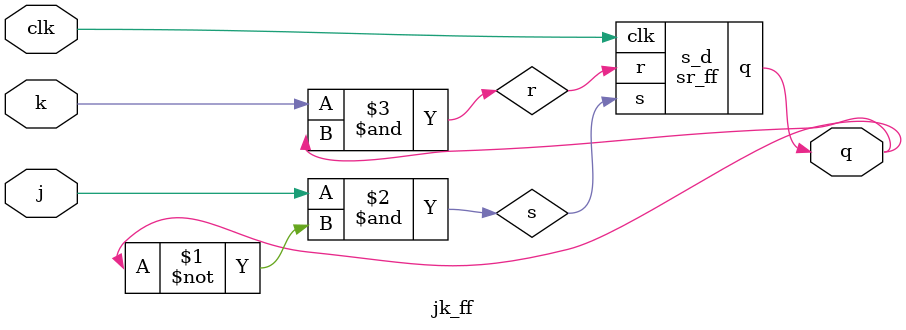
<source format=v>
module sr_ff(s,r,clk,q);
input wire s,r,clk;
output reg q;

always@(posedge clk)begin
	if(s==1 && r==0)begin 
		q<=1;
	end
	else if(s==0 && r==1)begin 
		q<=0;
	end
end

endmodule

module jk_ff(j,k,clk,q);
input wire  j,k,clk;
output reg q;

wire s,r;
and g1(s,j,(~q));
and g2(r,k,q);

sr_ff s_d(.s(s),.r(r),.clk(clk),.q(q));
endmodule

</source>
